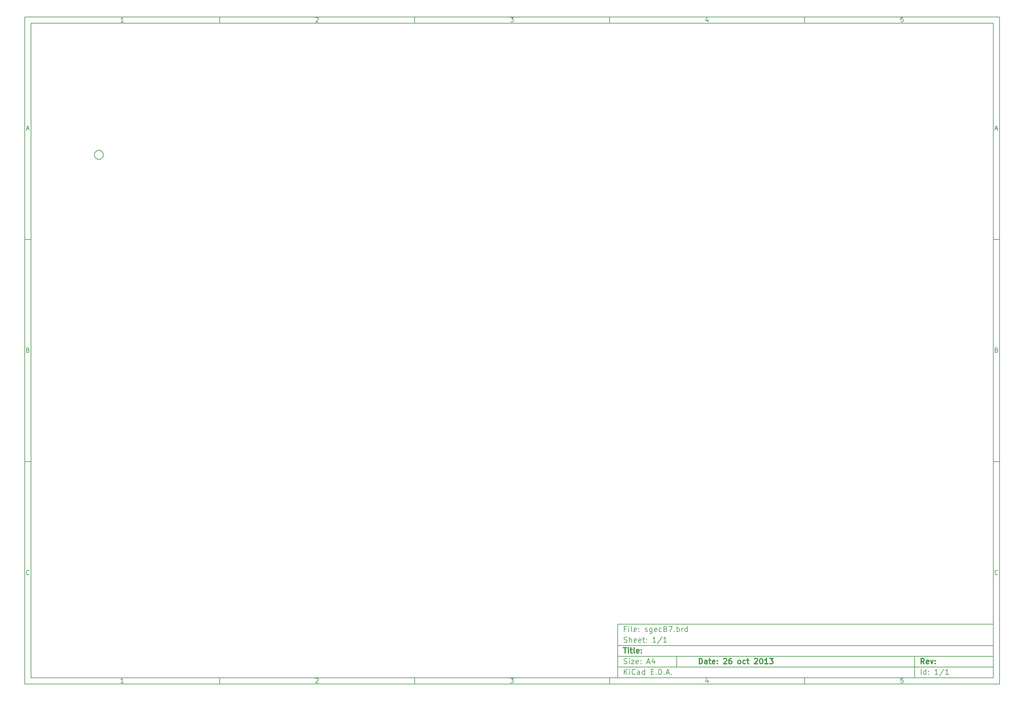
<source format=gbo>
G04 (created by PCBNEW-RS274X (2011-04-29 BZR 2986)-stable) date 10/26/2013 1:24:26 PM*
G01*
G70*
G90*
%MOIN*%
G04 Gerber Fmt 3.4, Leading zero omitted, Abs format*
%FSLAX34Y34*%
G04 APERTURE LIST*
%ADD10C,0.006000*%
%ADD11C,0.012000*%
G04 APERTURE END LIST*
G54D10*
X04000Y-04000D02*
X113000Y-04000D01*
X113000Y-78670D01*
X04000Y-78670D01*
X04000Y-04000D01*
X04700Y-04700D02*
X112300Y-04700D01*
X112300Y-77970D01*
X04700Y-77970D01*
X04700Y-04700D01*
X25800Y-04000D02*
X25800Y-04700D01*
X15043Y-04552D02*
X14757Y-04552D01*
X14900Y-04552D02*
X14900Y-04052D01*
X14852Y-04124D01*
X14805Y-04171D01*
X14757Y-04195D01*
X25800Y-78670D02*
X25800Y-77970D01*
X15043Y-78522D02*
X14757Y-78522D01*
X14900Y-78522D02*
X14900Y-78022D01*
X14852Y-78094D01*
X14805Y-78141D01*
X14757Y-78165D01*
X47600Y-04000D02*
X47600Y-04700D01*
X36557Y-04100D02*
X36581Y-04076D01*
X36629Y-04052D01*
X36748Y-04052D01*
X36795Y-04076D01*
X36819Y-04100D01*
X36843Y-04148D01*
X36843Y-04195D01*
X36819Y-04267D01*
X36533Y-04552D01*
X36843Y-04552D01*
X47600Y-78670D02*
X47600Y-77970D01*
X36557Y-78070D02*
X36581Y-78046D01*
X36629Y-78022D01*
X36748Y-78022D01*
X36795Y-78046D01*
X36819Y-78070D01*
X36843Y-78118D01*
X36843Y-78165D01*
X36819Y-78237D01*
X36533Y-78522D01*
X36843Y-78522D01*
X69400Y-04000D02*
X69400Y-04700D01*
X58333Y-04052D02*
X58643Y-04052D01*
X58476Y-04243D01*
X58548Y-04243D01*
X58595Y-04267D01*
X58619Y-04290D01*
X58643Y-04338D01*
X58643Y-04457D01*
X58619Y-04505D01*
X58595Y-04529D01*
X58548Y-04552D01*
X58405Y-04552D01*
X58357Y-04529D01*
X58333Y-04505D01*
X69400Y-78670D02*
X69400Y-77970D01*
X58333Y-78022D02*
X58643Y-78022D01*
X58476Y-78213D01*
X58548Y-78213D01*
X58595Y-78237D01*
X58619Y-78260D01*
X58643Y-78308D01*
X58643Y-78427D01*
X58619Y-78475D01*
X58595Y-78499D01*
X58548Y-78522D01*
X58405Y-78522D01*
X58357Y-78499D01*
X58333Y-78475D01*
X91200Y-04000D02*
X91200Y-04700D01*
X80395Y-04219D02*
X80395Y-04552D01*
X80276Y-04029D02*
X80157Y-04386D01*
X80467Y-04386D01*
X91200Y-78670D02*
X91200Y-77970D01*
X80395Y-78189D02*
X80395Y-78522D01*
X80276Y-77999D02*
X80157Y-78356D01*
X80467Y-78356D01*
X102219Y-04052D02*
X101981Y-04052D01*
X101957Y-04290D01*
X101981Y-04267D01*
X102029Y-04243D01*
X102148Y-04243D01*
X102195Y-04267D01*
X102219Y-04290D01*
X102243Y-04338D01*
X102243Y-04457D01*
X102219Y-04505D01*
X102195Y-04529D01*
X102148Y-04552D01*
X102029Y-04552D01*
X101981Y-04529D01*
X101957Y-04505D01*
X102219Y-78022D02*
X101981Y-78022D01*
X101957Y-78260D01*
X101981Y-78237D01*
X102029Y-78213D01*
X102148Y-78213D01*
X102195Y-78237D01*
X102219Y-78260D01*
X102243Y-78308D01*
X102243Y-78427D01*
X102219Y-78475D01*
X102195Y-78499D01*
X102148Y-78522D01*
X102029Y-78522D01*
X101981Y-78499D01*
X101957Y-78475D01*
X04000Y-28890D02*
X04700Y-28890D01*
X04231Y-16510D02*
X04469Y-16510D01*
X04184Y-16652D02*
X04350Y-16152D01*
X04517Y-16652D01*
X113000Y-28890D02*
X112300Y-28890D01*
X112531Y-16510D02*
X112769Y-16510D01*
X112484Y-16652D02*
X112650Y-16152D01*
X112817Y-16652D01*
X04000Y-53780D02*
X04700Y-53780D01*
X04386Y-41280D02*
X04457Y-41304D01*
X04481Y-41328D01*
X04505Y-41376D01*
X04505Y-41447D01*
X04481Y-41495D01*
X04457Y-41519D01*
X04410Y-41542D01*
X04219Y-41542D01*
X04219Y-41042D01*
X04386Y-41042D01*
X04433Y-41066D01*
X04457Y-41090D01*
X04481Y-41138D01*
X04481Y-41185D01*
X04457Y-41233D01*
X04433Y-41257D01*
X04386Y-41280D01*
X04219Y-41280D01*
X113000Y-53780D02*
X112300Y-53780D01*
X112686Y-41280D02*
X112757Y-41304D01*
X112781Y-41328D01*
X112805Y-41376D01*
X112805Y-41447D01*
X112781Y-41495D01*
X112757Y-41519D01*
X112710Y-41542D01*
X112519Y-41542D01*
X112519Y-41042D01*
X112686Y-41042D01*
X112733Y-41066D01*
X112757Y-41090D01*
X112781Y-41138D01*
X112781Y-41185D01*
X112757Y-41233D01*
X112733Y-41257D01*
X112686Y-41280D01*
X112519Y-41280D01*
X04505Y-66385D02*
X04481Y-66409D01*
X04410Y-66432D01*
X04362Y-66432D01*
X04290Y-66409D01*
X04243Y-66361D01*
X04219Y-66313D01*
X04195Y-66218D01*
X04195Y-66147D01*
X04219Y-66051D01*
X04243Y-66004D01*
X04290Y-65956D01*
X04362Y-65932D01*
X04410Y-65932D01*
X04481Y-65956D01*
X04505Y-65980D01*
X112805Y-66385D02*
X112781Y-66409D01*
X112710Y-66432D01*
X112662Y-66432D01*
X112590Y-66409D01*
X112543Y-66361D01*
X112519Y-66313D01*
X112495Y-66218D01*
X112495Y-66147D01*
X112519Y-66051D01*
X112543Y-66004D01*
X112590Y-65956D01*
X112662Y-65932D01*
X112710Y-65932D01*
X112781Y-65956D01*
X112805Y-65980D01*
G54D11*
X79443Y-76413D02*
X79443Y-75813D01*
X79586Y-75813D01*
X79671Y-75841D01*
X79729Y-75899D01*
X79757Y-75956D01*
X79786Y-76070D01*
X79786Y-76156D01*
X79757Y-76270D01*
X79729Y-76327D01*
X79671Y-76384D01*
X79586Y-76413D01*
X79443Y-76413D01*
X80300Y-76413D02*
X80300Y-76099D01*
X80271Y-76041D01*
X80214Y-76013D01*
X80100Y-76013D01*
X80043Y-76041D01*
X80300Y-76384D02*
X80243Y-76413D01*
X80100Y-76413D01*
X80043Y-76384D01*
X80014Y-76327D01*
X80014Y-76270D01*
X80043Y-76213D01*
X80100Y-76184D01*
X80243Y-76184D01*
X80300Y-76156D01*
X80500Y-76013D02*
X80729Y-76013D01*
X80586Y-75813D02*
X80586Y-76327D01*
X80614Y-76384D01*
X80672Y-76413D01*
X80729Y-76413D01*
X81157Y-76384D02*
X81100Y-76413D01*
X80986Y-76413D01*
X80929Y-76384D01*
X80900Y-76327D01*
X80900Y-76099D01*
X80929Y-76041D01*
X80986Y-76013D01*
X81100Y-76013D01*
X81157Y-76041D01*
X81186Y-76099D01*
X81186Y-76156D01*
X80900Y-76213D01*
X81443Y-76356D02*
X81471Y-76384D01*
X81443Y-76413D01*
X81414Y-76384D01*
X81443Y-76356D01*
X81443Y-76413D01*
X81443Y-76041D02*
X81471Y-76070D01*
X81443Y-76099D01*
X81414Y-76070D01*
X81443Y-76041D01*
X81443Y-76099D01*
X82157Y-75870D02*
X82186Y-75841D01*
X82243Y-75813D01*
X82386Y-75813D01*
X82443Y-75841D01*
X82472Y-75870D01*
X82500Y-75927D01*
X82500Y-75984D01*
X82472Y-76070D01*
X82129Y-76413D01*
X82500Y-76413D01*
X83014Y-75813D02*
X82900Y-75813D01*
X82843Y-75841D01*
X82814Y-75870D01*
X82757Y-75956D01*
X82728Y-76070D01*
X82728Y-76299D01*
X82757Y-76356D01*
X82785Y-76384D01*
X82843Y-76413D01*
X82957Y-76413D01*
X83014Y-76384D01*
X83043Y-76356D01*
X83071Y-76299D01*
X83071Y-76156D01*
X83043Y-76099D01*
X83014Y-76070D01*
X82957Y-76041D01*
X82843Y-76041D01*
X82785Y-76070D01*
X82757Y-76099D01*
X82728Y-76156D01*
X83871Y-76413D02*
X83813Y-76384D01*
X83785Y-76356D01*
X83756Y-76299D01*
X83756Y-76127D01*
X83785Y-76070D01*
X83813Y-76041D01*
X83871Y-76013D01*
X83956Y-76013D01*
X84013Y-76041D01*
X84042Y-76070D01*
X84071Y-76127D01*
X84071Y-76299D01*
X84042Y-76356D01*
X84013Y-76384D01*
X83956Y-76413D01*
X83871Y-76413D01*
X84585Y-76384D02*
X84528Y-76413D01*
X84414Y-76413D01*
X84356Y-76384D01*
X84328Y-76356D01*
X84299Y-76299D01*
X84299Y-76127D01*
X84328Y-76070D01*
X84356Y-76041D01*
X84414Y-76013D01*
X84528Y-76013D01*
X84585Y-76041D01*
X84756Y-76013D02*
X84985Y-76013D01*
X84842Y-75813D02*
X84842Y-76327D01*
X84870Y-76384D01*
X84928Y-76413D01*
X84985Y-76413D01*
X85613Y-75870D02*
X85642Y-75841D01*
X85699Y-75813D01*
X85842Y-75813D01*
X85899Y-75841D01*
X85928Y-75870D01*
X85956Y-75927D01*
X85956Y-75984D01*
X85928Y-76070D01*
X85585Y-76413D01*
X85956Y-76413D01*
X86327Y-75813D02*
X86384Y-75813D01*
X86441Y-75841D01*
X86470Y-75870D01*
X86499Y-75927D01*
X86527Y-76041D01*
X86527Y-76184D01*
X86499Y-76299D01*
X86470Y-76356D01*
X86441Y-76384D01*
X86384Y-76413D01*
X86327Y-76413D01*
X86270Y-76384D01*
X86241Y-76356D01*
X86213Y-76299D01*
X86184Y-76184D01*
X86184Y-76041D01*
X86213Y-75927D01*
X86241Y-75870D01*
X86270Y-75841D01*
X86327Y-75813D01*
X87098Y-76413D02*
X86755Y-76413D01*
X86927Y-76413D02*
X86927Y-75813D01*
X86870Y-75899D01*
X86812Y-75956D01*
X86755Y-75984D01*
X87298Y-75813D02*
X87669Y-75813D01*
X87469Y-76041D01*
X87555Y-76041D01*
X87612Y-76070D01*
X87641Y-76099D01*
X87669Y-76156D01*
X87669Y-76299D01*
X87641Y-76356D01*
X87612Y-76384D01*
X87555Y-76413D01*
X87383Y-76413D01*
X87326Y-76384D01*
X87298Y-76356D01*
G54D10*
X71043Y-77613D02*
X71043Y-77013D01*
X71386Y-77613D02*
X71129Y-77270D01*
X71386Y-77013D02*
X71043Y-77356D01*
X71643Y-77613D02*
X71643Y-77213D01*
X71643Y-77013D02*
X71614Y-77041D01*
X71643Y-77070D01*
X71671Y-77041D01*
X71643Y-77013D01*
X71643Y-77070D01*
X72272Y-77556D02*
X72243Y-77584D01*
X72157Y-77613D01*
X72100Y-77613D01*
X72015Y-77584D01*
X71957Y-77527D01*
X71929Y-77470D01*
X71900Y-77356D01*
X71900Y-77270D01*
X71929Y-77156D01*
X71957Y-77099D01*
X72015Y-77041D01*
X72100Y-77013D01*
X72157Y-77013D01*
X72243Y-77041D01*
X72272Y-77070D01*
X72786Y-77613D02*
X72786Y-77299D01*
X72757Y-77241D01*
X72700Y-77213D01*
X72586Y-77213D01*
X72529Y-77241D01*
X72786Y-77584D02*
X72729Y-77613D01*
X72586Y-77613D01*
X72529Y-77584D01*
X72500Y-77527D01*
X72500Y-77470D01*
X72529Y-77413D01*
X72586Y-77384D01*
X72729Y-77384D01*
X72786Y-77356D01*
X73329Y-77613D02*
X73329Y-77013D01*
X73329Y-77584D02*
X73272Y-77613D01*
X73158Y-77613D01*
X73100Y-77584D01*
X73072Y-77556D01*
X73043Y-77499D01*
X73043Y-77327D01*
X73072Y-77270D01*
X73100Y-77241D01*
X73158Y-77213D01*
X73272Y-77213D01*
X73329Y-77241D01*
X74072Y-77299D02*
X74272Y-77299D01*
X74358Y-77613D02*
X74072Y-77613D01*
X74072Y-77013D01*
X74358Y-77013D01*
X74615Y-77556D02*
X74643Y-77584D01*
X74615Y-77613D01*
X74586Y-77584D01*
X74615Y-77556D01*
X74615Y-77613D01*
X74901Y-77613D02*
X74901Y-77013D01*
X75044Y-77013D01*
X75129Y-77041D01*
X75187Y-77099D01*
X75215Y-77156D01*
X75244Y-77270D01*
X75244Y-77356D01*
X75215Y-77470D01*
X75187Y-77527D01*
X75129Y-77584D01*
X75044Y-77613D01*
X74901Y-77613D01*
X75501Y-77556D02*
X75529Y-77584D01*
X75501Y-77613D01*
X75472Y-77584D01*
X75501Y-77556D01*
X75501Y-77613D01*
X75758Y-77441D02*
X76044Y-77441D01*
X75701Y-77613D02*
X75901Y-77013D01*
X76101Y-77613D01*
X76301Y-77556D02*
X76329Y-77584D01*
X76301Y-77613D01*
X76272Y-77584D01*
X76301Y-77556D01*
X76301Y-77613D01*
G54D11*
X104586Y-76413D02*
X104386Y-76127D01*
X104243Y-76413D02*
X104243Y-75813D01*
X104471Y-75813D01*
X104529Y-75841D01*
X104557Y-75870D01*
X104586Y-75927D01*
X104586Y-76013D01*
X104557Y-76070D01*
X104529Y-76099D01*
X104471Y-76127D01*
X104243Y-76127D01*
X105071Y-76384D02*
X105014Y-76413D01*
X104900Y-76413D01*
X104843Y-76384D01*
X104814Y-76327D01*
X104814Y-76099D01*
X104843Y-76041D01*
X104900Y-76013D01*
X105014Y-76013D01*
X105071Y-76041D01*
X105100Y-76099D01*
X105100Y-76156D01*
X104814Y-76213D01*
X105300Y-76013D02*
X105443Y-76413D01*
X105585Y-76013D01*
X105814Y-76356D02*
X105842Y-76384D01*
X105814Y-76413D01*
X105785Y-76384D01*
X105814Y-76356D01*
X105814Y-76413D01*
X105814Y-76041D02*
X105842Y-76070D01*
X105814Y-76099D01*
X105785Y-76070D01*
X105814Y-76041D01*
X105814Y-76099D01*
G54D10*
X71014Y-76384D02*
X71100Y-76413D01*
X71243Y-76413D01*
X71300Y-76384D01*
X71329Y-76356D01*
X71357Y-76299D01*
X71357Y-76241D01*
X71329Y-76184D01*
X71300Y-76156D01*
X71243Y-76127D01*
X71129Y-76099D01*
X71071Y-76070D01*
X71043Y-76041D01*
X71014Y-75984D01*
X71014Y-75927D01*
X71043Y-75870D01*
X71071Y-75841D01*
X71129Y-75813D01*
X71271Y-75813D01*
X71357Y-75841D01*
X71614Y-76413D02*
X71614Y-76013D01*
X71614Y-75813D02*
X71585Y-75841D01*
X71614Y-75870D01*
X71642Y-75841D01*
X71614Y-75813D01*
X71614Y-75870D01*
X71843Y-76013D02*
X72157Y-76013D01*
X71843Y-76413D01*
X72157Y-76413D01*
X72614Y-76384D02*
X72557Y-76413D01*
X72443Y-76413D01*
X72386Y-76384D01*
X72357Y-76327D01*
X72357Y-76099D01*
X72386Y-76041D01*
X72443Y-76013D01*
X72557Y-76013D01*
X72614Y-76041D01*
X72643Y-76099D01*
X72643Y-76156D01*
X72357Y-76213D01*
X72900Y-76356D02*
X72928Y-76384D01*
X72900Y-76413D01*
X72871Y-76384D01*
X72900Y-76356D01*
X72900Y-76413D01*
X72900Y-76041D02*
X72928Y-76070D01*
X72900Y-76099D01*
X72871Y-76070D01*
X72900Y-76041D01*
X72900Y-76099D01*
X73614Y-76241D02*
X73900Y-76241D01*
X73557Y-76413D02*
X73757Y-75813D01*
X73957Y-76413D01*
X74414Y-76013D02*
X74414Y-76413D01*
X74271Y-75784D02*
X74128Y-76213D01*
X74500Y-76213D01*
X104243Y-77613D02*
X104243Y-77013D01*
X104786Y-77613D02*
X104786Y-77013D01*
X104786Y-77584D02*
X104729Y-77613D01*
X104615Y-77613D01*
X104557Y-77584D01*
X104529Y-77556D01*
X104500Y-77499D01*
X104500Y-77327D01*
X104529Y-77270D01*
X104557Y-77241D01*
X104615Y-77213D01*
X104729Y-77213D01*
X104786Y-77241D01*
X105072Y-77556D02*
X105100Y-77584D01*
X105072Y-77613D01*
X105043Y-77584D01*
X105072Y-77556D01*
X105072Y-77613D01*
X105072Y-77241D02*
X105100Y-77270D01*
X105072Y-77299D01*
X105043Y-77270D01*
X105072Y-77241D01*
X105072Y-77299D01*
X106129Y-77613D02*
X105786Y-77613D01*
X105958Y-77613D02*
X105958Y-77013D01*
X105901Y-77099D01*
X105843Y-77156D01*
X105786Y-77184D01*
X106814Y-76984D02*
X106300Y-77756D01*
X107329Y-77613D02*
X106986Y-77613D01*
X107158Y-77613D02*
X107158Y-77013D01*
X107101Y-77099D01*
X107043Y-77156D01*
X106986Y-77184D01*
G54D11*
X70957Y-74613D02*
X71300Y-74613D01*
X71129Y-75213D02*
X71129Y-74613D01*
X71500Y-75213D02*
X71500Y-74813D01*
X71500Y-74613D02*
X71471Y-74641D01*
X71500Y-74670D01*
X71528Y-74641D01*
X71500Y-74613D01*
X71500Y-74670D01*
X71700Y-74813D02*
X71929Y-74813D01*
X71786Y-74613D02*
X71786Y-75127D01*
X71814Y-75184D01*
X71872Y-75213D01*
X71929Y-75213D01*
X72215Y-75213D02*
X72157Y-75184D01*
X72129Y-75127D01*
X72129Y-74613D01*
X72671Y-75184D02*
X72614Y-75213D01*
X72500Y-75213D01*
X72443Y-75184D01*
X72414Y-75127D01*
X72414Y-74899D01*
X72443Y-74841D01*
X72500Y-74813D01*
X72614Y-74813D01*
X72671Y-74841D01*
X72700Y-74899D01*
X72700Y-74956D01*
X72414Y-75013D01*
X72957Y-75156D02*
X72985Y-75184D01*
X72957Y-75213D01*
X72928Y-75184D01*
X72957Y-75156D01*
X72957Y-75213D01*
X72957Y-74841D02*
X72985Y-74870D01*
X72957Y-74899D01*
X72928Y-74870D01*
X72957Y-74841D01*
X72957Y-74899D01*
G54D10*
X71243Y-72499D02*
X71043Y-72499D01*
X71043Y-72813D02*
X71043Y-72213D01*
X71329Y-72213D01*
X71557Y-72813D02*
X71557Y-72413D01*
X71557Y-72213D02*
X71528Y-72241D01*
X71557Y-72270D01*
X71585Y-72241D01*
X71557Y-72213D01*
X71557Y-72270D01*
X71929Y-72813D02*
X71871Y-72784D01*
X71843Y-72727D01*
X71843Y-72213D01*
X72385Y-72784D02*
X72328Y-72813D01*
X72214Y-72813D01*
X72157Y-72784D01*
X72128Y-72727D01*
X72128Y-72499D01*
X72157Y-72441D01*
X72214Y-72413D01*
X72328Y-72413D01*
X72385Y-72441D01*
X72414Y-72499D01*
X72414Y-72556D01*
X72128Y-72613D01*
X72671Y-72756D02*
X72699Y-72784D01*
X72671Y-72813D01*
X72642Y-72784D01*
X72671Y-72756D01*
X72671Y-72813D01*
X72671Y-72441D02*
X72699Y-72470D01*
X72671Y-72499D01*
X72642Y-72470D01*
X72671Y-72441D01*
X72671Y-72499D01*
X73385Y-72784D02*
X73442Y-72813D01*
X73557Y-72813D01*
X73614Y-72784D01*
X73642Y-72727D01*
X73642Y-72699D01*
X73614Y-72641D01*
X73557Y-72613D01*
X73471Y-72613D01*
X73414Y-72584D01*
X73385Y-72527D01*
X73385Y-72499D01*
X73414Y-72441D01*
X73471Y-72413D01*
X73557Y-72413D01*
X73614Y-72441D01*
X74157Y-72413D02*
X74157Y-72899D01*
X74128Y-72956D01*
X74100Y-72984D01*
X74043Y-73013D01*
X73957Y-73013D01*
X73900Y-72984D01*
X74157Y-72784D02*
X74100Y-72813D01*
X73986Y-72813D01*
X73928Y-72784D01*
X73900Y-72756D01*
X73871Y-72699D01*
X73871Y-72527D01*
X73900Y-72470D01*
X73928Y-72441D01*
X73986Y-72413D01*
X74100Y-72413D01*
X74157Y-72441D01*
X74671Y-72784D02*
X74614Y-72813D01*
X74500Y-72813D01*
X74443Y-72784D01*
X74414Y-72727D01*
X74414Y-72499D01*
X74443Y-72441D01*
X74500Y-72413D01*
X74614Y-72413D01*
X74671Y-72441D01*
X74700Y-72499D01*
X74700Y-72556D01*
X74414Y-72613D01*
X75214Y-72784D02*
X75157Y-72813D01*
X75043Y-72813D01*
X74985Y-72784D01*
X74957Y-72756D01*
X74928Y-72699D01*
X74928Y-72527D01*
X74957Y-72470D01*
X74985Y-72441D01*
X75043Y-72413D01*
X75157Y-72413D01*
X75214Y-72441D01*
X75671Y-72499D02*
X75757Y-72527D01*
X75785Y-72556D01*
X75814Y-72613D01*
X75814Y-72699D01*
X75785Y-72756D01*
X75757Y-72784D01*
X75699Y-72813D01*
X75471Y-72813D01*
X75471Y-72213D01*
X75671Y-72213D01*
X75728Y-72241D01*
X75757Y-72270D01*
X75785Y-72327D01*
X75785Y-72384D01*
X75757Y-72441D01*
X75728Y-72470D01*
X75671Y-72499D01*
X75471Y-72499D01*
X76014Y-72213D02*
X76414Y-72213D01*
X76157Y-72813D01*
X76642Y-72756D02*
X76670Y-72784D01*
X76642Y-72813D01*
X76613Y-72784D01*
X76642Y-72756D01*
X76642Y-72813D01*
X76928Y-72813D02*
X76928Y-72213D01*
X76928Y-72441D02*
X76985Y-72413D01*
X77099Y-72413D01*
X77156Y-72441D01*
X77185Y-72470D01*
X77214Y-72527D01*
X77214Y-72699D01*
X77185Y-72756D01*
X77156Y-72784D01*
X77099Y-72813D01*
X76985Y-72813D01*
X76928Y-72784D01*
X77471Y-72813D02*
X77471Y-72413D01*
X77471Y-72527D02*
X77499Y-72470D01*
X77528Y-72441D01*
X77585Y-72413D01*
X77642Y-72413D01*
X78099Y-72813D02*
X78099Y-72213D01*
X78099Y-72784D02*
X78042Y-72813D01*
X77928Y-72813D01*
X77870Y-72784D01*
X77842Y-72756D01*
X77813Y-72699D01*
X77813Y-72527D01*
X77842Y-72470D01*
X77870Y-72441D01*
X77928Y-72413D01*
X78042Y-72413D01*
X78099Y-72441D01*
X71014Y-73984D02*
X71100Y-74013D01*
X71243Y-74013D01*
X71300Y-73984D01*
X71329Y-73956D01*
X71357Y-73899D01*
X71357Y-73841D01*
X71329Y-73784D01*
X71300Y-73756D01*
X71243Y-73727D01*
X71129Y-73699D01*
X71071Y-73670D01*
X71043Y-73641D01*
X71014Y-73584D01*
X71014Y-73527D01*
X71043Y-73470D01*
X71071Y-73441D01*
X71129Y-73413D01*
X71271Y-73413D01*
X71357Y-73441D01*
X71614Y-74013D02*
X71614Y-73413D01*
X71871Y-74013D02*
X71871Y-73699D01*
X71842Y-73641D01*
X71785Y-73613D01*
X71700Y-73613D01*
X71642Y-73641D01*
X71614Y-73670D01*
X72385Y-73984D02*
X72328Y-74013D01*
X72214Y-74013D01*
X72157Y-73984D01*
X72128Y-73927D01*
X72128Y-73699D01*
X72157Y-73641D01*
X72214Y-73613D01*
X72328Y-73613D01*
X72385Y-73641D01*
X72414Y-73699D01*
X72414Y-73756D01*
X72128Y-73813D01*
X72899Y-73984D02*
X72842Y-74013D01*
X72728Y-74013D01*
X72671Y-73984D01*
X72642Y-73927D01*
X72642Y-73699D01*
X72671Y-73641D01*
X72728Y-73613D01*
X72842Y-73613D01*
X72899Y-73641D01*
X72928Y-73699D01*
X72928Y-73756D01*
X72642Y-73813D01*
X73099Y-73613D02*
X73328Y-73613D01*
X73185Y-73413D02*
X73185Y-73927D01*
X73213Y-73984D01*
X73271Y-74013D01*
X73328Y-74013D01*
X73528Y-73956D02*
X73556Y-73984D01*
X73528Y-74013D01*
X73499Y-73984D01*
X73528Y-73956D01*
X73528Y-74013D01*
X73528Y-73641D02*
X73556Y-73670D01*
X73528Y-73699D01*
X73499Y-73670D01*
X73528Y-73641D01*
X73528Y-73699D01*
X74585Y-74013D02*
X74242Y-74013D01*
X74414Y-74013D02*
X74414Y-73413D01*
X74357Y-73499D01*
X74299Y-73556D01*
X74242Y-73584D01*
X75270Y-73384D02*
X74756Y-74156D01*
X75785Y-74013D02*
X75442Y-74013D01*
X75614Y-74013D02*
X75614Y-73413D01*
X75557Y-73499D01*
X75499Y-73556D01*
X75442Y-73584D01*
X70300Y-71970D02*
X70300Y-77970D01*
X70300Y-71970D02*
X112300Y-71970D01*
X70300Y-71970D02*
X112300Y-71970D01*
X70300Y-74370D02*
X112300Y-74370D01*
X103500Y-75570D02*
X103500Y-77970D01*
X70300Y-76770D02*
X112300Y-76770D01*
X70300Y-75570D02*
X112300Y-75570D01*
X76900Y-75570D02*
X76900Y-76770D01*
X12801Y-19432D02*
X12791Y-19529D01*
X12763Y-19622D01*
X12717Y-19709D01*
X12655Y-19785D01*
X12580Y-19847D01*
X12494Y-19893D01*
X12400Y-19922D01*
X12303Y-19932D01*
X12207Y-19924D01*
X12113Y-19896D01*
X12026Y-19851D01*
X11950Y-19789D01*
X11887Y-19715D01*
X11840Y-19629D01*
X11810Y-19536D01*
X11800Y-19438D01*
X11808Y-19342D01*
X11835Y-19248D01*
X11879Y-19161D01*
X11940Y-19084D01*
X12015Y-19021D01*
X12100Y-18973D01*
X12193Y-18943D01*
X12290Y-18932D01*
X12386Y-18939D01*
X12481Y-18965D01*
X12568Y-19009D01*
X12645Y-19070D01*
X12709Y-19144D01*
X12757Y-19229D01*
X12788Y-19322D01*
X12800Y-19419D01*
X12801Y-19432D01*
M02*

</source>
